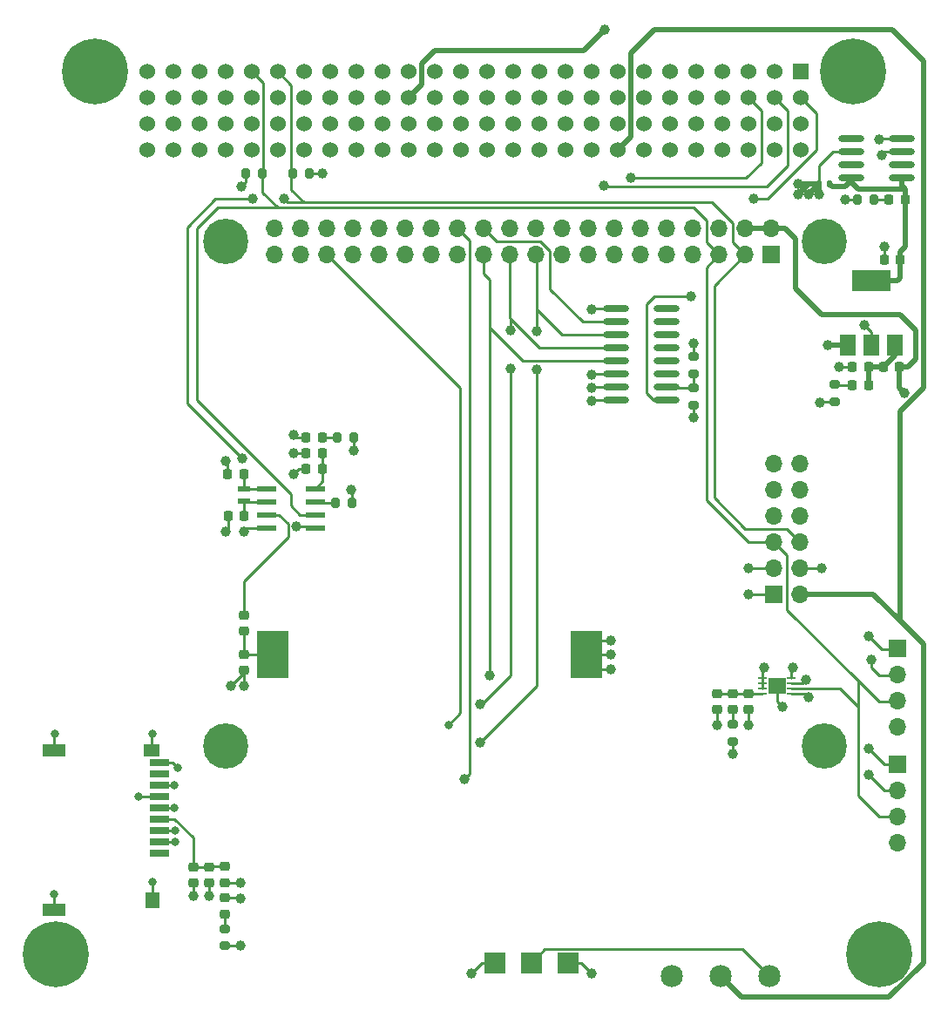
<source format=gtl>
G04 #@! TF.GenerationSoftware,KiCad,Pcbnew,(6.0.7-1)-1*
G04 #@! TF.CreationDate,2023-01-01T23:11:57-05:00*
G04 #@! TF.ProjectId,obc-db,6f62632d-6462-42e6-9b69-6361645f7063,rev?*
G04 #@! TF.SameCoordinates,Original*
G04 #@! TF.FileFunction,Copper,L1,Top*
G04 #@! TF.FilePolarity,Positive*
%FSLAX46Y46*%
G04 Gerber Fmt 4.6, Leading zero omitted, Abs format (unit mm)*
G04 Created by KiCad (PCBNEW (6.0.7-1)-1) date 2023-01-01 23:11:57*
%MOMM*%
%LPD*%
G01*
G04 APERTURE LIST*
G04 Aperture macros list*
%AMRoundRect*
0 Rectangle with rounded corners*
0 $1 Rounding radius*
0 $2 $3 $4 $5 $6 $7 $8 $9 X,Y pos of 4 corners*
0 Add a 4 corners polygon primitive as box body*
4,1,4,$2,$3,$4,$5,$6,$7,$8,$9,$2,$3,0*
0 Add four circle primitives for the rounded corners*
1,1,$1+$1,$2,$3*
1,1,$1+$1,$4,$5*
1,1,$1+$1,$6,$7*
1,1,$1+$1,$8,$9*
0 Add four rect primitives between the rounded corners*
20,1,$1+$1,$2,$3,$4,$5,0*
20,1,$1+$1,$4,$5,$6,$7,0*
20,1,$1+$1,$6,$7,$8,$9,0*
20,1,$1+$1,$8,$9,$2,$3,0*%
G04 Aperture macros list end*
G04 #@! TA.AperFunction,SMDPad,CuDef*
%ADD10RoundRect,0.218750X0.256250X-0.218750X0.256250X0.218750X-0.256250X0.218750X-0.256250X-0.218750X0*%
G04 #@! TD*
G04 #@! TA.AperFunction,SMDPad,CuDef*
%ADD11RoundRect,0.135000X0.135000X0.185000X-0.135000X0.185000X-0.135000X-0.185000X0.135000X-0.185000X0*%
G04 #@! TD*
G04 #@! TA.AperFunction,ConnectorPad*
%ADD12C,6.400000*%
G04 #@! TD*
G04 #@! TA.AperFunction,ComponentPad*
%ADD13C,3.600000*%
G04 #@! TD*
G04 #@! TA.AperFunction,SMDPad,CuDef*
%ADD14R,1.500000X2.000000*%
G04 #@! TD*
G04 #@! TA.AperFunction,SMDPad,CuDef*
%ADD15R,3.800000X2.000000*%
G04 #@! TD*
G04 #@! TA.AperFunction,SMDPad,CuDef*
%ADD16RoundRect,0.200000X-0.275000X0.200000X-0.275000X-0.200000X0.275000X-0.200000X0.275000X0.200000X0*%
G04 #@! TD*
G04 #@! TA.AperFunction,SMDPad,CuDef*
%ADD17R,2.000000X2.000000*%
G04 #@! TD*
G04 #@! TA.AperFunction,SMDPad,CuDef*
%ADD18RoundRect,0.200000X0.200000X0.275000X-0.200000X0.275000X-0.200000X-0.275000X0.200000X-0.275000X0*%
G04 #@! TD*
G04 #@! TA.AperFunction,SMDPad,CuDef*
%ADD19RoundRect,0.225000X0.225000X0.250000X-0.225000X0.250000X-0.225000X-0.250000X0.225000X-0.250000X0*%
G04 #@! TD*
G04 #@! TA.AperFunction,SMDPad,CuDef*
%ADD20RoundRect,0.225000X-0.225000X-0.250000X0.225000X-0.250000X0.225000X0.250000X-0.225000X0.250000X0*%
G04 #@! TD*
G04 #@! TA.AperFunction,ComponentPad*
%ADD21C,2.600000*%
G04 #@! TD*
G04 #@! TA.AperFunction,ConnectorPad*
%ADD22C,4.400000*%
G04 #@! TD*
G04 #@! TA.AperFunction,SMDPad,CuDef*
%ADD23R,3.050000X4.570000*%
G04 #@! TD*
G04 #@! TA.AperFunction,ComponentPad*
%ADD24R,1.700000X1.700000*%
G04 #@! TD*
G04 #@! TA.AperFunction,ComponentPad*
%ADD25O,1.700000X1.700000*%
G04 #@! TD*
G04 #@! TA.AperFunction,ComponentPad*
%ADD26C,2.159000*%
G04 #@! TD*
G04 #@! TA.AperFunction,SMDPad,CuDef*
%ADD27R,0.812800X0.254000*%
G04 #@! TD*
G04 #@! TA.AperFunction,SMDPad,CuDef*
%ADD28R,1.752600X1.549400*%
G04 #@! TD*
G04 #@! TA.AperFunction,SMDPad,CuDef*
%ADD29RoundRect,0.225000X-0.250000X0.225000X-0.250000X-0.225000X0.250000X-0.225000X0.250000X0.225000X0*%
G04 #@! TD*
G04 #@! TA.AperFunction,SMDPad,CuDef*
%ADD30RoundRect,0.350001X0.899999X0.000001X0.899999X-0.000001X-0.899999X-0.000001X-0.899999X0.000001X0*%
G04 #@! TD*
G04 #@! TA.AperFunction,SMDPad,CuDef*
%ADD31R,1.981200X0.558800*%
G04 #@! TD*
G04 #@! TA.AperFunction,SMDPad,CuDef*
%ADD32R,1.900000X0.700000*%
G04 #@! TD*
G04 #@! TA.AperFunction,SMDPad,CuDef*
%ADD33R,1.600000X1.200000*%
G04 #@! TD*
G04 #@! TA.AperFunction,SMDPad,CuDef*
%ADD34R,2.200000X1.200000*%
G04 #@! TD*
G04 #@! TA.AperFunction,SMDPad,CuDef*
%ADD35R,1.400000X1.600000*%
G04 #@! TD*
G04 #@! TA.AperFunction,SMDPad,CuDef*
%ADD36RoundRect,0.218750X-0.218750X-0.256250X0.218750X-0.256250X0.218750X0.256250X-0.218750X0.256250X0*%
G04 #@! TD*
G04 #@! TA.AperFunction,SMDPad,CuDef*
%ADD37RoundRect,0.218750X0.218750X0.256250X-0.218750X0.256250X-0.218750X-0.256250X0.218750X-0.256250X0*%
G04 #@! TD*
G04 #@! TA.AperFunction,ComponentPad*
%ADD38R,1.524000X1.524000*%
G04 #@! TD*
G04 #@! TA.AperFunction,ComponentPad*
%ADD39C,1.524000*%
G04 #@! TD*
G04 #@! TA.AperFunction,SMDPad,CuDef*
%ADD40RoundRect,0.200000X-0.200000X-0.275000X0.200000X-0.275000X0.200000X0.275000X-0.200000X0.275000X0*%
G04 #@! TD*
G04 #@! TA.AperFunction,SMDPad,CuDef*
%ADD41R,1.200000X0.600000*%
G04 #@! TD*
G04 #@! TA.AperFunction,ViaPad*
%ADD42C,1.000000*%
G04 #@! TD*
G04 #@! TA.AperFunction,ViaPad*
%ADD43C,0.800000*%
G04 #@! TD*
G04 #@! TA.AperFunction,Conductor*
%ADD44C,0.254000*%
G04 #@! TD*
G04 #@! TA.AperFunction,Conductor*
%ADD45C,0.508000*%
G04 #@! TD*
G04 #@! TA.AperFunction,Conductor*
%ADD46C,0.250000*%
G04 #@! TD*
G04 APERTURE END LIST*
D10*
X130750000Y-133937500D03*
X130750000Y-132362500D03*
D11*
X189486000Y-62992000D03*
X188466000Y-62992000D03*
D12*
X191770000Y-52070000D03*
D13*
X191770000Y-52070000D03*
D10*
X180086000Y-114071500D03*
X180086000Y-112496500D03*
D14*
X191248000Y-78690000D03*
X193548000Y-78690000D03*
D15*
X193548000Y-72390000D03*
D14*
X195848000Y-78690000D03*
D16*
X189992000Y-82487000D03*
X189992000Y-84137000D03*
D17*
X164084000Y-138684000D03*
D18*
X193865000Y-64516000D03*
X192215000Y-64516000D03*
D19*
X196355000Y-70358000D03*
X194805000Y-70358000D03*
D13*
X118110000Y-52070000D03*
D12*
X118110000Y-52070000D03*
D18*
X139001000Y-61976000D03*
X137351000Y-61976000D03*
D20*
X131051000Y-95250000D03*
X132601000Y-95250000D03*
D21*
X188976000Y-117602000D03*
D22*
X188976000Y-117602000D03*
D23*
X135387000Y-108712000D03*
X165857000Y-108712000D03*
D24*
X196088000Y-108077000D03*
D25*
X196088000Y-110617000D03*
X196088000Y-113157000D03*
X196088000Y-115697000D03*
D26*
X183642000Y-139954000D03*
X178891999Y-139954000D03*
X174141999Y-139954000D03*
D27*
X185801000Y-112509651D03*
X185801000Y-112009650D03*
X185801000Y-111509650D03*
X185801000Y-111009649D03*
X183007000Y-111009649D03*
X183007000Y-111509650D03*
X183007000Y-112009650D03*
X183007000Y-112509651D03*
D28*
X184404000Y-111759650D03*
D18*
X143128000Y-93980000D03*
X141478000Y-93980000D03*
D29*
X129226000Y-129327000D03*
X129226000Y-130877000D03*
D12*
X114300000Y-137795000D03*
D13*
X114300000Y-137795000D03*
D16*
X176276000Y-79756000D03*
X176276000Y-81406000D03*
D24*
X183866000Y-69870000D03*
D25*
X183866000Y-67330000D03*
X181326000Y-69870000D03*
X181326000Y-67330000D03*
X178786000Y-69870000D03*
X178786000Y-67330000D03*
X176246000Y-69870000D03*
X176246000Y-67330000D03*
X173706000Y-69870000D03*
X173706000Y-67330000D03*
X171166000Y-69870000D03*
X171166000Y-67330000D03*
X168626000Y-69870000D03*
X168626000Y-67330000D03*
X166086000Y-69870000D03*
X166086000Y-67330000D03*
X163546000Y-69870000D03*
X163546000Y-67330000D03*
X161006000Y-69870000D03*
X161006000Y-67330000D03*
X158466000Y-69870000D03*
X158466000Y-67330000D03*
X155926000Y-69870000D03*
X155926000Y-67330000D03*
X153386000Y-69870000D03*
X153386000Y-67330000D03*
X150846000Y-69870000D03*
X150846000Y-67330000D03*
X148306000Y-69870000D03*
X148306000Y-67330000D03*
X145766000Y-69870000D03*
X145766000Y-67330000D03*
X143226000Y-69870000D03*
X143226000Y-67330000D03*
X140686000Y-69870000D03*
X140686000Y-67330000D03*
X138146000Y-69870000D03*
X138146000Y-67330000D03*
X135606000Y-69870000D03*
X135606000Y-67330000D03*
D29*
X127702000Y-129327000D03*
X127702000Y-130877000D03*
D20*
X131038000Y-91186000D03*
X132588000Y-91186000D03*
D30*
X196506000Y-62357000D03*
X196506000Y-61087000D03*
X196506000Y-59817000D03*
X196506000Y-58547000D03*
X191606000Y-58547000D03*
X191606000Y-59817000D03*
X191606000Y-61087000D03*
X191606000Y-62357000D03*
D10*
X132588000Y-110261500D03*
X132588000Y-108686500D03*
D31*
X134797800Y-92583000D03*
X134797800Y-93853000D03*
X134797800Y-95123000D03*
X134797800Y-96393000D03*
X139522200Y-96393000D03*
X139522200Y-95123000D03*
X139522200Y-93853000D03*
X139522200Y-92583000D03*
D24*
X184113000Y-102845000D03*
D25*
X186653000Y-102845000D03*
X184113000Y-100305000D03*
X186653000Y-100305000D03*
X184113000Y-97765000D03*
X186653000Y-97765000D03*
X184113000Y-95225000D03*
X186653000Y-95225000D03*
X184113000Y-92685000D03*
X186653000Y-92685000D03*
X184113000Y-90145000D03*
X186653000Y-90145000D03*
D21*
X130810000Y-68580000D03*
D22*
X130810000Y-68580000D03*
D10*
X130750000Y-130889500D03*
X130750000Y-129314500D03*
X178562000Y-114071500D03*
X178562000Y-112496500D03*
D32*
X124410000Y-128005000D03*
X124410000Y-126905000D03*
X124410000Y-125805000D03*
X124410000Y-124705000D03*
X124410000Y-123605000D03*
X124410000Y-122505000D03*
X124410000Y-121405000D03*
X124410000Y-120305000D03*
X124410000Y-119205000D03*
D33*
X123658000Y-118005000D03*
D34*
X114158000Y-118005000D03*
X114158000Y-133505000D03*
D35*
X123758000Y-132605000D03*
D17*
X156972000Y-138684000D03*
D36*
X191719000Y-82550000D03*
X193294000Y-82550000D03*
D22*
X130810000Y-117602000D03*
D21*
X130810000Y-117602000D03*
D37*
X140233500Y-87630000D03*
X138658500Y-87630000D03*
D38*
X186690000Y-52070000D03*
D39*
X186690000Y-54610000D03*
X184150000Y-52070000D03*
X184150000Y-54610000D03*
X181610000Y-52070000D03*
X181610000Y-54610000D03*
X179070000Y-52070000D03*
X179070000Y-54610000D03*
X176530000Y-52070000D03*
X176530000Y-54610000D03*
X173990000Y-52070000D03*
X173990000Y-54610000D03*
X171450000Y-52070000D03*
X171450000Y-54610000D03*
X168910000Y-52070000D03*
X168910000Y-54610000D03*
X166370000Y-52070000D03*
X166370000Y-54610000D03*
X163830000Y-52070000D03*
X163830000Y-54610000D03*
X161290000Y-52070000D03*
X161290000Y-54610000D03*
X158750000Y-52070000D03*
X158750000Y-54610000D03*
X156210000Y-52070000D03*
X156210000Y-54610000D03*
X153670000Y-52070000D03*
X153670000Y-54610000D03*
X151130000Y-52070000D03*
X151130000Y-54610000D03*
X148590000Y-52070000D03*
X148590000Y-54610000D03*
X146050000Y-52070000D03*
X146050000Y-54610000D03*
X143510000Y-52070000D03*
X143510000Y-54610000D03*
X140970000Y-52070000D03*
X140970000Y-54610000D03*
X138430000Y-52070000D03*
X138430000Y-54610000D03*
X135890000Y-52070000D03*
X135890000Y-54610000D03*
X133350000Y-52070000D03*
X133350000Y-54610000D03*
X130810000Y-52070000D03*
X130810000Y-54610000D03*
X128270000Y-52070000D03*
X128270000Y-54610000D03*
X125730000Y-52070000D03*
X125730000Y-54610000D03*
X123190000Y-52070000D03*
X123190000Y-54610000D03*
X186690000Y-57150000D03*
X186690000Y-59690000D03*
X184150000Y-57150000D03*
X184150000Y-59690000D03*
X181610000Y-57150000D03*
X181610000Y-59690000D03*
X179070000Y-57150000D03*
X179070000Y-59690000D03*
X176530000Y-57150000D03*
X176530000Y-59690000D03*
X173990000Y-57150000D03*
X173990000Y-59690000D03*
X171450000Y-57150000D03*
X171450000Y-59690000D03*
X168910000Y-57150000D03*
X168910000Y-59690000D03*
X166370000Y-57150000D03*
X166370000Y-59690000D03*
X163830000Y-57150000D03*
X163830000Y-59690000D03*
X161290000Y-57150000D03*
X161290000Y-59690000D03*
X158750000Y-57150000D03*
X158750000Y-59690000D03*
X156210000Y-57150000D03*
X156210000Y-59690000D03*
X153670000Y-57150000D03*
X153670000Y-59690000D03*
X151130000Y-57150000D03*
X151130000Y-59690000D03*
X148590000Y-57150000D03*
X148590000Y-59690000D03*
X146050000Y-57150000D03*
X146050000Y-59690000D03*
X143510000Y-57150000D03*
X143510000Y-59690000D03*
X140970000Y-57150000D03*
X140970000Y-59690000D03*
X138430000Y-57150000D03*
X138430000Y-59690000D03*
X135890000Y-57150000D03*
X135890000Y-59690000D03*
X133350000Y-57150000D03*
X133350000Y-59690000D03*
X130810000Y-57150000D03*
X130810000Y-59690000D03*
X128270000Y-57150000D03*
X128270000Y-59690000D03*
X125730000Y-57150000D03*
X125730000Y-59690000D03*
X123190000Y-57150000D03*
X123190000Y-59690000D03*
D30*
X173646000Y-84010000D03*
X173646000Y-82740000D03*
X173646000Y-81470000D03*
X173646000Y-80200000D03*
X173646000Y-78930000D03*
X173646000Y-77660000D03*
X173646000Y-76390000D03*
X173646000Y-75120000D03*
X168746000Y-75120000D03*
X168746000Y-76390000D03*
X168746000Y-77660000D03*
X168746000Y-78930000D03*
X168746000Y-80200000D03*
X168746000Y-81470000D03*
X168746000Y-82740000D03*
X168746000Y-84010000D03*
D36*
X194741500Y-80772000D03*
X196316500Y-80772000D03*
D16*
X130750000Y-135373000D03*
X130750000Y-137023000D03*
D40*
X132779000Y-61976000D03*
X134429000Y-61976000D03*
D22*
X188976000Y-68580000D03*
D21*
X188976000Y-68580000D03*
D29*
X181610000Y-112509000D03*
X181610000Y-114059000D03*
D36*
X138658500Y-89154000D03*
X140233500Y-89154000D03*
D17*
X160528000Y-138684000D03*
D40*
X141669000Y-87630000D03*
X143319000Y-87630000D03*
D41*
X132588000Y-92618000D03*
X132588000Y-93818000D03*
D16*
X180086000Y-115507000D03*
X180086000Y-117157000D03*
D13*
X194310000Y-137795000D03*
D12*
X194310000Y-137795000D03*
D10*
X132588000Y-106451500D03*
X132588000Y-104876500D03*
D16*
X176276000Y-82804000D03*
X176276000Y-84454000D03*
D20*
X138658000Y-90678000D03*
X140208000Y-90678000D03*
D24*
X196088000Y-119380000D03*
D25*
X196088000Y-121920000D03*
X196088000Y-124460000D03*
X196088000Y-127000000D03*
D20*
X191731500Y-80772000D03*
X193281500Y-80772000D03*
D36*
X195300500Y-64516000D03*
X196875500Y-64516000D03*
D42*
X182118000Y-64451500D03*
X167563576Y-63169576D03*
X170180000Y-62420000D03*
X167640000Y-48006000D03*
X133477000Y-64451500D03*
X132461000Y-89662000D03*
X187452000Y-112836150D03*
X136525000Y-64451500D03*
X137732500Y-96273362D03*
X193294000Y-120396000D03*
X143256000Y-88900000D03*
X168275000Y-107315000D03*
X130810000Y-89916000D03*
D43*
X123750000Y-130850000D03*
X114150000Y-132000000D03*
D42*
X132274000Y-136960000D03*
X189357000Y-78613000D03*
X193548000Y-109220000D03*
X188722000Y-100330000D03*
D43*
X114200000Y-116450000D03*
D42*
X185928000Y-109982000D03*
X127702000Y-132134000D03*
X194818000Y-69088000D03*
X188595000Y-84201000D03*
X183134000Y-109982000D03*
D43*
X122400000Y-122500000D03*
D42*
X130810000Y-96774000D03*
X132588000Y-96774000D03*
X168275000Y-110109000D03*
X191008000Y-64516000D03*
D43*
X123700000Y-116450000D03*
D42*
X194564000Y-60198000D03*
X181610000Y-100330000D03*
X168275000Y-108712000D03*
X180086000Y-118364000D03*
X129226000Y-132134000D03*
X166370000Y-139700000D03*
X137414000Y-91186000D03*
X176276000Y-85661000D03*
X166370000Y-75184000D03*
X181610000Y-115570000D03*
X190474500Y-80772000D03*
X166370000Y-81534000D03*
X184912000Y-113792000D03*
X186436000Y-62992000D03*
X193294000Y-106934000D03*
X186436000Y-64008000D03*
X132274000Y-130864000D03*
X137414000Y-87376000D03*
X132274000Y-132388000D03*
X178562000Y-115570000D03*
X131318000Y-111760000D03*
X140208000Y-61976000D03*
X143002000Y-92710000D03*
X181610000Y-102870000D03*
X137414000Y-89154000D03*
X132588000Y-111760000D03*
X132334000Y-63246000D03*
X166370000Y-82804000D03*
X188468000Y-64008000D03*
X154686000Y-139700000D03*
X166370000Y-84074000D03*
X193294000Y-117856000D03*
X187452000Y-64008000D03*
X196810773Y-83272773D03*
D43*
X125950000Y-125800000D03*
D42*
X161036000Y-77280500D03*
X161036000Y-81026500D03*
X155575000Y-117221000D03*
X158496000Y-80899000D03*
X155575000Y-113538000D03*
D43*
X125850000Y-121400000D03*
D42*
X158496000Y-77216000D03*
X156464000Y-110744000D03*
D43*
X125800000Y-123600000D03*
X125900000Y-126900000D03*
D42*
X154051000Y-120777000D03*
D43*
X152511286Y-115561286D03*
X126150000Y-119700000D03*
D42*
X187198000Y-111183150D03*
X176276000Y-78486000D03*
X192913000Y-76708000D03*
X194310000Y-58674000D03*
X176022000Y-73914000D03*
D44*
X188214000Y-56134000D02*
X188214000Y-59706079D01*
X183468579Y-64451500D02*
X182118000Y-64451500D01*
X186690000Y-54610000D02*
X188214000Y-56134000D01*
X188214000Y-59706079D02*
X183468579Y-64451500D01*
X167640500Y-63246500D02*
X183387500Y-63246500D01*
X185420000Y-61214000D02*
X185420000Y-55880000D01*
X167563576Y-63169576D02*
X167640500Y-63246500D01*
X185420000Y-55880000D02*
X184150000Y-54610000D01*
X183387500Y-63246500D02*
X185420000Y-61214000D01*
X182880000Y-57658000D02*
X182880000Y-60960000D01*
X181610000Y-54610000D02*
X182880000Y-55880000D01*
X182880000Y-55880000D02*
X182880000Y-57658000D01*
X181420000Y-62420000D02*
X170180000Y-62420000D01*
X182880000Y-60960000D02*
X181420000Y-62420000D01*
D45*
X165608000Y-50038000D02*
X167640000Y-48006000D01*
X148590000Y-54610000D02*
X149860000Y-53340000D01*
X151130000Y-50038000D02*
X165608000Y-50038000D01*
X149860000Y-53340000D02*
X149860000Y-51308000D01*
X149860000Y-51308000D02*
X151130000Y-50038000D01*
D44*
X185801000Y-112509651D02*
X187125501Y-112509651D01*
X127127000Y-67183000D02*
X127127000Y-84328000D01*
X138430000Y-64770000D02*
X137223000Y-63563000D01*
X187125501Y-112509651D02*
X187452000Y-112836150D01*
X180086000Y-66773099D02*
X178082901Y-64770000D01*
X139402562Y-96273362D02*
X139522200Y-96393000D01*
X180086000Y-68630000D02*
X180086000Y-66773099D01*
X178308000Y-72888000D02*
X178308000Y-93472000D01*
X129858500Y-64451500D02*
X127127000Y-67183000D01*
X185378450Y-96490450D02*
X181326450Y-96490450D01*
X137223000Y-63563000D02*
X137223000Y-53403000D01*
X137732500Y-96273362D02*
X139402562Y-96273362D01*
X181326000Y-69870000D02*
X180086000Y-68630000D01*
X181326000Y-69870000D02*
X178308000Y-72888000D01*
X133477000Y-64451500D02*
X129858500Y-64451500D01*
X181326450Y-96490450D02*
X178308000Y-93472000D01*
X185378450Y-96490450D02*
X186653000Y-97765000D01*
X178082901Y-64770000D02*
X138430000Y-64770000D01*
X137223000Y-53403000D02*
X135890000Y-52070000D01*
X127127000Y-84328000D02*
X132461000Y-89662000D01*
X136843500Y-64770000D02*
X136525000Y-64451500D01*
X138430000Y-64770000D02*
X136843500Y-64770000D01*
X133350000Y-52070000D02*
X134439000Y-53159000D01*
X181635000Y-97765000D02*
X184113000Y-97765000D01*
X178786000Y-69870000D02*
X177546000Y-68630000D01*
X177546000Y-68630000D02*
X177546000Y-66548000D01*
X128016000Y-83947000D02*
X137160000Y-93091000D01*
X130048000Y-65278000D02*
X128016000Y-67310000D01*
X177546000Y-93726000D02*
X181610000Y-97790000D01*
X178786000Y-69870000D02*
X177546000Y-71110000D01*
X135890000Y-65278000D02*
X130048000Y-65278000D01*
X177546000Y-71110000D02*
X177546000Y-93726000D01*
X181610000Y-97790000D02*
X181635000Y-97765000D01*
X138049000Y-95123000D02*
X139522200Y-95123000D01*
X196088000Y-124460000D02*
X194310000Y-124460000D01*
X137160000Y-94234000D02*
X138049000Y-95123000D01*
X192278000Y-122428000D02*
X192278000Y-113792000D01*
X134439000Y-53159000D02*
X134439000Y-62220000D01*
X194310000Y-124460000D02*
X192278000Y-122428000D01*
X190495650Y-112009650D02*
X192278000Y-113792000D01*
X134429000Y-63817000D02*
X134429000Y-61976000D01*
X177546000Y-66548000D02*
X176276000Y-65278000D01*
X137160000Y-93091000D02*
X137160000Y-94234000D01*
X135890000Y-65278000D02*
X134429000Y-63817000D01*
X176276000Y-65278000D02*
X135890000Y-65278000D01*
X184113000Y-97765000D02*
X185384450Y-99036450D01*
X192278000Y-113792000D02*
X192278000Y-111252000D01*
X196088000Y-113284000D02*
X194310000Y-113284000D01*
X185384450Y-104358450D02*
X192278000Y-111252000D01*
X185801000Y-112009650D02*
X190495650Y-112009650D01*
X185384450Y-99036450D02*
X185384450Y-104358450D01*
X194310000Y-113284000D02*
X192278000Y-111252000D01*
X128016000Y-67310000D02*
X128016000Y-83947000D01*
X168746000Y-75120000D02*
X166434000Y-75120000D01*
X184113000Y-100305000D02*
X181635000Y-100305000D01*
D46*
X123758000Y-130858000D02*
X123750000Y-130850000D01*
X123758000Y-132605000D02*
X123758000Y-130858000D01*
D44*
X183007000Y-110109000D02*
X183134000Y-109982000D01*
X131038000Y-90144000D02*
X130810000Y-89916000D01*
X185801000Y-111009649D02*
X185801000Y-110109000D01*
X184404000Y-111759650D02*
X184404000Y-113284000D01*
X166434000Y-81470000D02*
X166370000Y-81534000D01*
X196506000Y-59817000D02*
X194945000Y-59817000D01*
X189992000Y-84137000D02*
X188659000Y-84137000D01*
D46*
X114158000Y-116492000D02*
X114200000Y-116450000D01*
D44*
X191731500Y-80772000D02*
X190474500Y-80772000D01*
X132969000Y-96393000D02*
X132588000Y-96774000D01*
X192215000Y-64516000D02*
X191008000Y-64516000D01*
X181635000Y-100305000D02*
X181610000Y-100330000D01*
X181610000Y-114059000D02*
X181610000Y-115570000D01*
X165857000Y-108712000D02*
X168275000Y-108712000D01*
D45*
X189434000Y-78690000D02*
X189357000Y-78613000D01*
D44*
X137922000Y-90678000D02*
X137414000Y-91186000D01*
X185801000Y-110109000D02*
X185928000Y-109982000D01*
X131051000Y-96533000D02*
X130810000Y-96774000D01*
X165857000Y-108712000D02*
X167254000Y-110109000D01*
X130750000Y-137023000D02*
X132211000Y-137023000D01*
D46*
X124410000Y-122505000D02*
X122405000Y-122505000D01*
X114158000Y-133505000D02*
X114158000Y-132008000D01*
D44*
X188697000Y-100305000D02*
X188722000Y-100330000D01*
X143319000Y-88837000D02*
X143256000Y-88900000D01*
X194945000Y-59817000D02*
X194564000Y-60198000D01*
X184404000Y-113284000D02*
X184912000Y-113792000D01*
D45*
X191248000Y-78690000D02*
X189434000Y-78690000D01*
D44*
X183007000Y-111009649D02*
X183007000Y-110109000D01*
X168746000Y-81470000D02*
X166434000Y-81470000D01*
D46*
X123658000Y-118005000D02*
X123658000Y-116492000D01*
D44*
X132211000Y-137023000D02*
X132274000Y-136960000D01*
X183007000Y-112009650D02*
X183007000Y-111509650D01*
X167254000Y-107315000D02*
X168275000Y-107315000D01*
X131038000Y-91186000D02*
X131038000Y-90144000D01*
X131051000Y-95250000D02*
X131051000Y-96533000D01*
X143319000Y-87630000D02*
X143319000Y-88837000D01*
X164084000Y-138684000D02*
X165354000Y-138684000D01*
X196088000Y-110744000D02*
X194310000Y-110744000D01*
D46*
X123658000Y-116492000D02*
X123700000Y-116450000D01*
D44*
X186653000Y-100305000D02*
X188697000Y-100305000D01*
X194805000Y-69101000D02*
X194818000Y-69088000D01*
X183007000Y-111509650D02*
X183007000Y-111009649D01*
X196088000Y-121920000D02*
X194818000Y-121920000D01*
X166434000Y-75120000D02*
X166370000Y-75184000D01*
X194818000Y-121920000D02*
X193294000Y-120396000D01*
X194805000Y-70358000D02*
X194805000Y-69101000D01*
X167254000Y-110109000D02*
X168275000Y-110109000D01*
D46*
X114158000Y-118005000D02*
X114158000Y-116492000D01*
D44*
X138658000Y-90678000D02*
X137922000Y-90678000D01*
X134797800Y-96393000D02*
X132969000Y-96393000D01*
X129226000Y-130877000D02*
X129226000Y-132134000D01*
X127702000Y-130877000D02*
X127702000Y-132134000D01*
X188659000Y-84137000D02*
X188595000Y-84201000D01*
D46*
X114158000Y-132008000D02*
X114150000Y-132000000D01*
X122405000Y-122505000D02*
X122400000Y-122500000D01*
D44*
X194310000Y-110744000D02*
X193548000Y-109982000D01*
X180086000Y-117157000D02*
X180086000Y-118364000D01*
X165354000Y-138684000D02*
X166370000Y-139700000D01*
X165857000Y-108712000D02*
X167254000Y-107315000D01*
X193548000Y-109982000D02*
X193548000Y-109220000D01*
X176276000Y-84454000D02*
X176276000Y-85661000D01*
D45*
X195580000Y-48006000D02*
X198628000Y-51054000D01*
X198628000Y-138644537D02*
X195286537Y-141986000D01*
X198628000Y-107696000D02*
X198628000Y-138644537D01*
X170180000Y-58420000D02*
X170180000Y-50292000D01*
X196342000Y-85090000D02*
X196342000Y-105410000D01*
X193777000Y-102845000D02*
X196342000Y-105410000D01*
X180923999Y-141986000D02*
X178891999Y-139954000D01*
X168910000Y-59690000D02*
X170180000Y-58420000D01*
X170180000Y-50292000D02*
X172466000Y-48006000D01*
X172466000Y-48006000D02*
X195580000Y-48006000D01*
X195286537Y-141986000D02*
X180923999Y-141986000D01*
X186653000Y-102845000D02*
X193777000Y-102845000D01*
X198628000Y-51054000D02*
X198628000Y-82804000D01*
X198628000Y-82804000D02*
X196342000Y-85090000D01*
X196342000Y-105410000D02*
X198628000Y-107696000D01*
X186436000Y-62992000D02*
X187452000Y-62992000D01*
D44*
X196088000Y-119380000D02*
X194818000Y-119380000D01*
X139001000Y-61976000D02*
X140208000Y-61976000D01*
D45*
X187452000Y-64008000D02*
X187452000Y-64006000D01*
D44*
X194564000Y-108204000D02*
X193294000Y-106934000D01*
X196088000Y-108204000D02*
X194564000Y-108204000D01*
X130750000Y-130889500D02*
X132248500Y-130889500D01*
X137668000Y-87630000D02*
X137414000Y-87376000D01*
X132248500Y-130889500D02*
X132274000Y-130864000D01*
X132588000Y-110261500D02*
X132588000Y-110490000D01*
D45*
X186436000Y-64008000D02*
X187452000Y-62992000D01*
D44*
X184113000Y-102845000D02*
X181635000Y-102845000D01*
X178562000Y-114071500D02*
X178562000Y-115570000D01*
X166434000Y-82740000D02*
X166370000Y-82804000D01*
X132779000Y-61976000D02*
X132779000Y-62801000D01*
X155702000Y-138684000D02*
X154686000Y-139700000D01*
X132248500Y-132362500D02*
X132274000Y-132388000D01*
X143128000Y-93980000D02*
X143128000Y-92836000D01*
X168746000Y-84010000D02*
X166434000Y-84010000D01*
D45*
X187452000Y-62992000D02*
X188466000Y-62992000D01*
D44*
X138658500Y-89154000D02*
X137414000Y-89154000D01*
X156972000Y-138684000D02*
X155702000Y-138684000D01*
X130750000Y-132362500D02*
X132248500Y-132362500D01*
D45*
X188466000Y-64006000D02*
X188466000Y-62992000D01*
D44*
X132588000Y-110490000D02*
X131318000Y-111760000D01*
X188466000Y-61216000D02*
X188466000Y-62992000D01*
X194818000Y-119380000D02*
X193294000Y-117856000D01*
X168746000Y-82740000D02*
X166434000Y-82740000D01*
X181635000Y-102845000D02*
X181610000Y-102870000D01*
X138658500Y-87630000D02*
X137668000Y-87630000D01*
X132779000Y-62801000D02*
X132334000Y-63246000D01*
D45*
X187452000Y-64006000D02*
X188466000Y-62992000D01*
D44*
X166434000Y-84010000D02*
X166370000Y-84074000D01*
X189865000Y-59817000D02*
X188466000Y-61216000D01*
X132588000Y-110261500D02*
X132588000Y-111760000D01*
X191606000Y-59817000D02*
X189865000Y-59817000D01*
X143128000Y-92836000D02*
X143002000Y-92710000D01*
D45*
X188468000Y-64008000D02*
X188466000Y-64006000D01*
X197104000Y-80772000D02*
X197866000Y-80010000D01*
X188722000Y-75692000D02*
X186182000Y-73152000D01*
X197866000Y-80010000D02*
X197866000Y-77216000D01*
X196316500Y-82778500D02*
X196810773Y-83272773D01*
X186182000Y-68326000D02*
X185166000Y-67310000D01*
X196342000Y-75692000D02*
X188722000Y-75692000D01*
X186182000Y-73152000D02*
X186182000Y-68326000D01*
X196316500Y-80772000D02*
X197104000Y-80772000D01*
X197866000Y-77216000D02*
X196342000Y-75692000D01*
X196316500Y-80772000D02*
X196316500Y-82778500D01*
D44*
X160528000Y-138684000D02*
X161855000Y-137357000D01*
X161855000Y-137357000D02*
X181045000Y-137357000D01*
D45*
X185166000Y-67310000D02*
X185146000Y-67330000D01*
X185146000Y-67330000D02*
X183866000Y-67330000D01*
X181326000Y-67330000D02*
X183866000Y-67330000D01*
D44*
X181045000Y-137357000D02*
X183642000Y-139954000D01*
X155575000Y-117221000D02*
X161036000Y-111760000D01*
X125950000Y-125800000D02*
X124415000Y-125800000D01*
X163512000Y-77660000D02*
X168746000Y-77660000D01*
X124415000Y-125800000D02*
X124410000Y-125805000D01*
X161036000Y-69900000D02*
X161036000Y-75184000D01*
X161006000Y-69870000D02*
X161036000Y-69900000D01*
X161036000Y-75184000D02*
X163512000Y-77660000D01*
X161036000Y-77280500D02*
X161036000Y-75184000D01*
X161036000Y-111760000D02*
X161036000Y-81026500D01*
X124415000Y-121400000D02*
X124410000Y-121405000D01*
X158496000Y-77216000D02*
X158496000Y-76073000D01*
X158496000Y-110744000D02*
X158496000Y-80899000D01*
X158466000Y-75916000D02*
X158466000Y-76043000D01*
X161353000Y-78930000D02*
X168746000Y-78930000D01*
X158466000Y-76043000D02*
X161353000Y-78930000D01*
X158496000Y-76073000D02*
X158466000Y-76043000D01*
X125850000Y-121400000D02*
X124415000Y-121400000D01*
X155575000Y-113538000D02*
X155702000Y-113538000D01*
X155702000Y-113538000D02*
X158496000Y-110744000D01*
X158466000Y-69870000D02*
X158466000Y-75916000D01*
X168746000Y-80200000D02*
X159702000Y-80200000D01*
X156464000Y-76073000D02*
X156464000Y-109982000D01*
X159702000Y-80200000D02*
X156464000Y-76962000D01*
X155926000Y-71725000D02*
X156337000Y-72136000D01*
X125800000Y-123600000D02*
X124415000Y-123600000D01*
X156464000Y-109982000D02*
X156464000Y-110744000D01*
X156337000Y-72136000D02*
X156464000Y-72263000D01*
X156464000Y-72263000D02*
X156464000Y-76073000D01*
X155926000Y-69870000D02*
X155926000Y-71725000D01*
X124415000Y-123600000D02*
X124410000Y-123605000D01*
X156464000Y-76962000D02*
X156464000Y-76073000D01*
X165544000Y-76390000D02*
X168746000Y-76390000D01*
X161438450Y-68601450D02*
X162369000Y-69532000D01*
X157197450Y-68601450D02*
X161438450Y-68601450D01*
X155926000Y-67330000D02*
X157197450Y-68601450D01*
X162369000Y-73215000D02*
X165544000Y-76390000D01*
X162369000Y-69532000D02*
X162369000Y-73215000D01*
X154559000Y-110744000D02*
X154559000Y-120269000D01*
X125900000Y-126900000D02*
X124415000Y-126900000D01*
X154559000Y-75692000D02*
X154559000Y-110744000D01*
X154563000Y-75688000D02*
X154559000Y-75692000D01*
X154563000Y-68507000D02*
X154563000Y-75688000D01*
X153386000Y-67330000D02*
X154563000Y-68507000D01*
X154559000Y-120269000D02*
X154051000Y-120777000D01*
X124415000Y-126900000D02*
X124410000Y-126905000D01*
D46*
X153650000Y-83650000D02*
X153650000Y-114422572D01*
X125655000Y-119205000D02*
X124410000Y-119205000D01*
X126150000Y-119700000D02*
X125655000Y-119205000D01*
X153650000Y-114422572D02*
X152511286Y-115561286D01*
X140686000Y-69870000D02*
X153650000Y-82834000D01*
X153650000Y-82834000D02*
X153650000Y-83650000D01*
D44*
X185801000Y-111509650D02*
X186871500Y-111509650D01*
X186871500Y-111509650D02*
X187198000Y-111183150D01*
X139649200Y-93980000D02*
X139522200Y-93853000D01*
X141478000Y-93980000D02*
X139649200Y-93980000D01*
D45*
X193294000Y-82550000D02*
X193294000Y-80784500D01*
X195848000Y-78690000D02*
X195848000Y-79665500D01*
X195848000Y-79665500D02*
X194741500Y-80772000D01*
X193294000Y-80784500D02*
X193281500Y-80772000D01*
X194741500Y-80772000D02*
X193281500Y-80772000D01*
D44*
X191719000Y-82550000D02*
X190055000Y-82550000D01*
X190055000Y-82550000D02*
X189992000Y-82487000D01*
X193548000Y-78690000D02*
X193548000Y-77343000D01*
D45*
X196355000Y-72123000D02*
X196355000Y-70358000D01*
X196355000Y-69583000D02*
X196875500Y-69062500D01*
X191606000Y-62357000D02*
X191606000Y-62828000D01*
X196088000Y-72390000D02*
X193548000Y-72390000D01*
X196875500Y-64516000D02*
X196875500Y-63525500D01*
D44*
X193548000Y-77343000D02*
X192913000Y-76708000D01*
D45*
X196875500Y-63525500D02*
X196506000Y-63156000D01*
X191606000Y-62357000D02*
X191606000Y-62648000D01*
X191008000Y-63246000D02*
X189740000Y-63246000D01*
X196506000Y-63156000D02*
X196506000Y-62357000D01*
X192303500Y-63525500D02*
X196875500Y-63525500D01*
X191606000Y-62648000D02*
X191008000Y-63246000D01*
X196875500Y-69062500D02*
X196875500Y-64516000D01*
X196355000Y-70358000D02*
X196355000Y-69583000D01*
X191606000Y-62828000D02*
X192303500Y-63525500D01*
X196088000Y-72390000D02*
X196355000Y-72123000D01*
X189740000Y-63246000D02*
X189486000Y-62992000D01*
D44*
X176276000Y-79756000D02*
X176276000Y-78486000D01*
X173710000Y-82804000D02*
X173646000Y-82740000D01*
X176276000Y-82804000D02*
X173710000Y-82804000D01*
X176276000Y-81406000D02*
X176276000Y-82804000D01*
X173646000Y-84010000D02*
X172402000Y-84010000D01*
X194437000Y-58547000D02*
X194310000Y-58674000D01*
X171704000Y-83312000D02*
X171704000Y-74676000D01*
X171704000Y-74676000D02*
X172466000Y-73914000D01*
X172402000Y-84010000D02*
X171704000Y-83312000D01*
X172466000Y-73914000D02*
X176022000Y-73914000D01*
X196506000Y-58547000D02*
X194437000Y-58547000D01*
X130750000Y-133937500D02*
X130750000Y-135373000D01*
X132613500Y-108712000D02*
X132588000Y-108686500D01*
X132588000Y-108686500D02*
X132588000Y-106451500D01*
X135387000Y-108712000D02*
X132613500Y-108712000D01*
X134762800Y-92618000D02*
X134797800Y-92583000D01*
X132588000Y-91186000D02*
X132588000Y-92618000D01*
X132588000Y-92618000D02*
X134762800Y-92618000D01*
X132623000Y-93853000D02*
X132588000Y-93818000D01*
X132601000Y-95250000D02*
X132601000Y-93831000D01*
X132601000Y-93831000D02*
X132588000Y-93818000D01*
X134797800Y-93853000D02*
X132623000Y-93853000D01*
X140208000Y-89179500D02*
X140233500Y-89154000D01*
X140208000Y-90678000D02*
X140208000Y-89179500D01*
X140208000Y-91897200D02*
X140208000Y-90678000D01*
X139522200Y-92583000D02*
X140208000Y-91897200D01*
X136906000Y-96012000D02*
X136906000Y-97282000D01*
X132588000Y-104876500D02*
X132588000Y-101600000D01*
X136017000Y-95123000D02*
X136906000Y-96012000D01*
X134797800Y-95123000D02*
X136017000Y-95123000D01*
X136906000Y-97282000D02*
X132588000Y-101600000D01*
X140233500Y-87630000D02*
X141669000Y-87630000D01*
X180086000Y-112496500D02*
X178562000Y-112496500D01*
X181610000Y-112509000D02*
X180098500Y-112509000D01*
X183007000Y-112509651D02*
X181864651Y-112509651D01*
X180098500Y-112509000D02*
X180086000Y-112496500D01*
X180086000Y-114071500D02*
X180086000Y-115507000D01*
X195300500Y-64516000D02*
X193865000Y-64516000D01*
X129238500Y-129314500D02*
X129226000Y-129327000D01*
D46*
X124410000Y-124705000D02*
X125879614Y-124705000D01*
X127702000Y-126527386D02*
X127702000Y-129327000D01*
D44*
X130750000Y-129314500D02*
X129238500Y-129314500D01*
X127702000Y-129327000D02*
X127441748Y-129066748D01*
X129226000Y-129327000D02*
X127702000Y-129327000D01*
D46*
X125879614Y-124705000D02*
X127702000Y-126527386D01*
M02*

</source>
